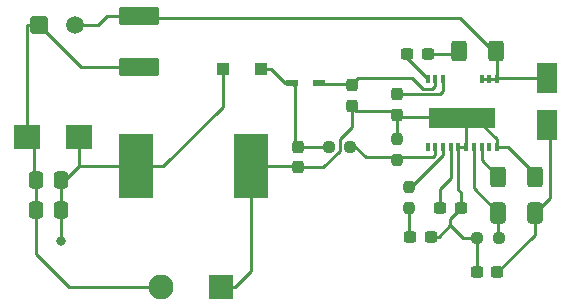
<source format=gtl>
G04 #@! TF.GenerationSoftware,KiCad,Pcbnew,(6.0.1)*
G04 #@! TF.CreationDate,2022-12-28T11:05:24-06:00*
G04 #@! TF.ProjectId,AIL,41494c2e-6b69-4636-9164-5f7063625858,rev?*
G04 #@! TF.SameCoordinates,Original*
G04 #@! TF.FileFunction,Copper,L1,Top*
G04 #@! TF.FilePolarity,Positive*
%FSLAX46Y46*%
G04 Gerber Fmt 4.6, Leading zero omitted, Abs format (unit mm)*
G04 Created by KiCad (PCBNEW (6.0.1)) date 2022-12-28 11:05:24*
%MOMM*%
%LPD*%
G01*
G04 APERTURE LIST*
G04 Aperture macros list*
%AMRoundRect*
0 Rectangle with rounded corners*
0 $1 Rounding radius*
0 $2 $3 $4 $5 $6 $7 $8 $9 X,Y pos of 4 corners*
0 Add a 4 corners polygon primitive as box body*
4,1,4,$2,$3,$4,$5,$6,$7,$8,$9,$2,$3,0*
0 Add four circle primitives for the rounded corners*
1,1,$1+$1,$2,$3*
1,1,$1+$1,$4,$5*
1,1,$1+$1,$6,$7*
1,1,$1+$1,$8,$9*
0 Add four rect primitives between the rounded corners*
20,1,$1+$1,$2,$3,$4,$5,0*
20,1,$1+$1,$4,$5,$6,$7,0*
20,1,$1+$1,$6,$7,$8,$9,0*
20,1,$1+$1,$8,$9,$2,$3,0*%
G04 Aperture macros list end*
G04 #@! TA.AperFunction,SMDPad,CuDef*
%ADD10RoundRect,0.237500X0.237500X-0.250000X0.237500X0.250000X-0.237500X0.250000X-0.237500X-0.250000X0*%
G04 #@! TD*
G04 #@! TA.AperFunction,SMDPad,CuDef*
%ADD11RoundRect,0.250000X-0.412500X-0.650000X0.412500X-0.650000X0.412500X0.650000X-0.412500X0.650000X0*%
G04 #@! TD*
G04 #@! TA.AperFunction,SMDPad,CuDef*
%ADD12RoundRect,0.237500X0.300000X0.237500X-0.300000X0.237500X-0.300000X-0.237500X0.300000X-0.237500X0*%
G04 #@! TD*
G04 #@! TA.AperFunction,SMDPad,CuDef*
%ADD13R,1.800000X2.500000*%
G04 #@! TD*
G04 #@! TA.AperFunction,SMDPad,CuDef*
%ADD14RoundRect,0.237500X-0.250000X-0.237500X0.250000X-0.237500X0.250000X0.237500X-0.250000X0.237500X0*%
G04 #@! TD*
G04 #@! TA.AperFunction,SMDPad,CuDef*
%ADD15RoundRect,0.237500X-0.300000X-0.237500X0.300000X-0.237500X0.300000X0.237500X-0.300000X0.237500X0*%
G04 #@! TD*
G04 #@! TA.AperFunction,ComponentPad*
%ADD16RoundRect,0.250001X0.499999X-0.499999X0.499999X0.499999X-0.499999X0.499999X-0.499999X-0.499999X0*%
G04 #@! TD*
G04 #@! TA.AperFunction,ComponentPad*
%ADD17C,1.500000*%
G04 #@! TD*
G04 #@! TA.AperFunction,SMDPad,CuDef*
%ADD18R,1.050000X0.550000*%
G04 #@! TD*
G04 #@! TA.AperFunction,SMDPad,CuDef*
%ADD19RoundRect,0.250000X-0.400000X-0.625000X0.400000X-0.625000X0.400000X0.625000X-0.400000X0.625000X0*%
G04 #@! TD*
G04 #@! TA.AperFunction,SMDPad,CuDef*
%ADD20RoundRect,0.250000X-1.450000X0.537500X-1.450000X-0.537500X1.450000X-0.537500X1.450000X0.537500X0*%
G04 #@! TD*
G04 #@! TA.AperFunction,SMDPad,CuDef*
%ADD21R,0.450000X0.800000*%
G04 #@! TD*
G04 #@! TA.AperFunction,SMDPad,CuDef*
%ADD22R,5.680000X1.780000*%
G04 #@! TD*
G04 #@! TA.AperFunction,SMDPad,CuDef*
%ADD23R,2.900000X5.400000*%
G04 #@! TD*
G04 #@! TA.AperFunction,SMDPad,CuDef*
%ADD24RoundRect,0.237500X-0.237500X0.300000X-0.237500X-0.300000X0.237500X-0.300000X0.237500X0.300000X0*%
G04 #@! TD*
G04 #@! TA.AperFunction,SMDPad,CuDef*
%ADD25R,1.120000X1.080000*%
G04 #@! TD*
G04 #@! TA.AperFunction,SMDPad,CuDef*
%ADD26RoundRect,0.250000X0.337500X0.475000X-0.337500X0.475000X-0.337500X-0.475000X0.337500X-0.475000X0*%
G04 #@! TD*
G04 #@! TA.AperFunction,SMDPad,CuDef*
%ADD27R,2.250000X2.050000*%
G04 #@! TD*
G04 #@! TA.AperFunction,SMDPad,CuDef*
%ADD28RoundRect,0.250000X0.400000X0.625000X-0.400000X0.625000X-0.400000X-0.625000X0.400000X-0.625000X0*%
G04 #@! TD*
G04 #@! TA.AperFunction,ComponentPad*
%ADD29R,2.115000X2.115000*%
G04 #@! TD*
G04 #@! TA.AperFunction,ComponentPad*
%ADD30C,2.115000*%
G04 #@! TD*
G04 #@! TA.AperFunction,SMDPad,CuDef*
%ADD31RoundRect,0.237500X-0.237500X0.250000X-0.237500X-0.250000X0.237500X-0.250000X0.237500X0.250000X0*%
G04 #@! TD*
G04 #@! TA.AperFunction,ViaPad*
%ADD32C,0.800000*%
G04 #@! TD*
G04 #@! TA.AperFunction,Conductor*
%ADD33C,0.250000*%
G04 #@! TD*
G04 APERTURE END LIST*
D10*
X161036000Y-96924500D03*
X161036000Y-95099500D03*
D11*
X168617500Y-97282000D03*
X171742500Y-97282000D03*
D12*
X162660500Y-83820000D03*
X160935500Y-83820000D03*
D13*
X172720000Y-89897555D03*
X172720000Y-85897555D03*
D14*
X154281500Y-91694000D03*
X156106500Y-91694000D03*
D15*
X163729500Y-96889555D03*
X165454500Y-96889555D03*
D16*
X129768445Y-81439445D03*
D17*
X132768445Y-81439445D03*
D18*
X153458445Y-86329445D03*
X151158445Y-86329445D03*
D19*
X168630000Y-94234000D03*
X171730000Y-94234000D03*
D20*
X138176000Y-80666500D03*
X138176000Y-84941500D03*
D21*
X168511075Y-85938000D03*
X167861075Y-85938000D03*
X167211075Y-85938000D03*
X163961075Y-85938000D03*
X163311075Y-85938000D03*
X162661075Y-85938000D03*
X162661075Y-91738000D03*
X163311075Y-91738000D03*
X163961075Y-91738000D03*
X164611075Y-91738000D03*
X165261075Y-91738000D03*
X165911075Y-91738000D03*
X166561075Y-91738000D03*
X167211075Y-91738000D03*
X167861075Y-91738000D03*
X168511075Y-91738000D03*
D22*
X165586075Y-89258000D03*
D23*
X137978445Y-93349445D03*
X147678445Y-93349445D03*
D24*
X160020000Y-87289055D03*
X160020000Y-89014055D03*
D25*
X148543445Y-85090000D03*
X145293445Y-85090000D03*
D15*
X161189500Y-99314000D03*
X162914500Y-99314000D03*
D26*
X131593500Y-97028000D03*
X129518500Y-97028000D03*
D27*
X133118445Y-90849445D03*
X128718445Y-90849445D03*
D24*
X151658445Y-91736945D03*
X151658445Y-93461945D03*
D28*
X168428000Y-83566000D03*
X165328000Y-83566000D03*
D24*
X156210000Y-86513500D03*
X156210000Y-88238500D03*
D12*
X168558020Y-102349555D03*
X166833020Y-102349555D03*
D29*
X145118445Y-103604445D03*
D30*
X140038445Y-103604445D03*
D31*
X160020000Y-91035500D03*
X160020000Y-92860500D03*
D26*
X131593500Y-94488000D03*
X129518500Y-94488000D03*
D14*
X166833020Y-99459555D03*
X168658020Y-99459555D03*
D32*
X131630945Y-99719055D03*
D33*
X168617500Y-97282000D02*
X168617500Y-99419035D01*
X161036000Y-96924500D02*
X161036000Y-99160500D01*
X161036000Y-99160500D02*
X161189500Y-99314000D01*
X161036000Y-96581035D02*
X161036000Y-96924500D01*
X131593500Y-99681610D02*
X131630945Y-99719055D01*
X145293445Y-85090000D02*
X145293445Y-88314445D01*
X133228445Y-93349445D02*
X137978445Y-93349445D01*
X131593500Y-97028000D02*
X131593500Y-99681610D01*
X133118445Y-93333305D02*
X131963750Y-94488000D01*
X133118445Y-93239445D02*
X133228445Y-93349445D01*
X133118445Y-93239445D02*
X133118445Y-93333305D01*
X131963750Y-94488000D02*
X131593500Y-94488000D01*
X131593500Y-94488000D02*
X131593500Y-97028000D01*
X145293445Y-88314445D02*
X140258445Y-93349445D01*
X140258445Y-93349445D02*
X137978445Y-93349445D01*
X133118445Y-90849445D02*
X133118445Y-93239445D01*
X165074000Y-83820000D02*
X162660500Y-83820000D01*
X165328000Y-83566000D02*
X165074000Y-83820000D01*
X160935500Y-83820000D02*
X160935500Y-84212425D01*
X160935500Y-84212425D02*
X162661075Y-85938000D01*
X163961075Y-92388000D02*
X161249575Y-95099500D01*
X161249575Y-95099500D02*
X161036000Y-95099500D01*
X163961075Y-91738000D02*
X163961075Y-92388000D01*
X163729500Y-95275575D02*
X163729500Y-96889555D01*
X164611075Y-94394000D02*
X163729500Y-95275575D01*
X164611075Y-91738000D02*
X164611075Y-94394000D01*
X167211075Y-91738000D02*
X167211075Y-92815075D01*
X167211075Y-92815075D02*
X168630000Y-94234000D01*
X129286000Y-91417000D02*
X129286000Y-94255500D01*
X133270500Y-84941500D02*
X138176000Y-84941500D01*
X129518500Y-94488000D02*
X129518500Y-97028000D01*
X128728445Y-81439445D02*
X128718445Y-81449445D01*
X128718445Y-82489445D02*
X128718445Y-90849445D01*
X129286000Y-94255500D02*
X129518500Y-94488000D01*
X128718445Y-81449445D02*
X128718445Y-82489445D01*
X132306445Y-103604445D02*
X140038445Y-103604445D01*
X129768445Y-81439445D02*
X133270500Y-84941500D01*
X128718445Y-90849445D02*
X129286000Y-91417000D01*
X129518500Y-100816500D02*
X132306445Y-103604445D01*
X129768445Y-81439445D02*
X128728445Y-81439445D01*
X129518500Y-97028000D02*
X129518500Y-100816500D01*
X149352000Y-85090000D02*
X150591445Y-86329445D01*
X151384000Y-86555000D02*
X151384000Y-91736945D01*
X151658445Y-91736945D02*
X154238555Y-91736945D01*
X150591445Y-86329445D02*
X151158445Y-86329445D01*
X151384000Y-91736945D02*
X151658445Y-91736945D01*
X154238555Y-91736945D02*
X154281500Y-91694000D01*
X148543445Y-85090000D02*
X149352000Y-85090000D01*
X151158445Y-86329445D02*
X151384000Y-86555000D01*
X163662945Y-87289055D02*
X160020000Y-87289055D01*
X163961075Y-85938000D02*
X163961075Y-86990925D01*
X163961075Y-86990925D02*
X163662945Y-87289055D01*
X165354465Y-80772000D02*
X138281500Y-80772000D01*
X168670020Y-84087555D02*
X165354465Y-80772000D01*
X138281500Y-80772000D02*
X138176000Y-80666500D01*
X168511075Y-85938000D02*
X167211075Y-85938000D01*
X172720000Y-85897555D02*
X168551520Y-85897555D01*
X134714555Y-81439445D02*
X135487500Y-80666500D01*
X135487500Y-80666500D02*
X138176000Y-80666500D01*
X132768445Y-81439445D02*
X134714555Y-81439445D01*
X168551520Y-85897555D02*
X168511075Y-85938000D01*
X168519520Y-85929555D02*
X168511075Y-85938000D01*
X167935520Y-85863555D02*
X167861075Y-85938000D01*
X168670020Y-84087555D02*
X168519520Y-84238055D01*
X168519520Y-84238055D02*
X168519520Y-85929555D01*
X156210000Y-86360000D02*
X156718000Y-85852000D01*
X153458445Y-86329445D02*
X153489000Y-86360000D01*
X163311075Y-86588000D02*
X163311075Y-85938000D01*
X153489000Y-86360000D02*
X156210000Y-86360000D01*
X163059540Y-86839535D02*
X163311075Y-86588000D01*
X162277535Y-86839535D02*
X163059540Y-86839535D01*
X161290000Y-85852000D02*
X162277535Y-86839535D01*
X156210000Y-86360000D02*
X156210000Y-86513500D01*
X156718000Y-85852000D02*
X161290000Y-85852000D01*
X163311075Y-92402282D02*
X163311075Y-91738000D01*
X156464000Y-91694000D02*
X157390055Y-92620055D01*
X157390055Y-92620055D02*
X159779555Y-92620055D01*
X160020000Y-92860500D02*
X160274000Y-92606500D01*
X159779555Y-92620055D02*
X160020000Y-92860500D01*
X160274000Y-92606500D02*
X163106857Y-92606500D01*
X156106500Y-91694000D02*
X156464000Y-91694000D01*
X163106857Y-92606500D02*
X163311075Y-92402282D01*
X153795871Y-93461945D02*
X151658445Y-93461945D01*
X166681075Y-89258000D02*
X165586075Y-89258000D01*
X155194000Y-92063816D02*
X153795871Y-93461945D01*
X159651945Y-88646000D02*
X160020000Y-89014055D01*
X165911075Y-89583000D02*
X165586075Y-89258000D01*
X156210000Y-90016500D02*
X155194000Y-91032500D01*
X164510520Y-98354555D02*
X165615520Y-99459555D01*
X156617500Y-88646000D02*
X159651945Y-88646000D01*
X165261075Y-95354000D02*
X165454500Y-95547425D01*
X155194000Y-91032500D02*
X155194000Y-92063816D01*
X151545945Y-93349445D02*
X147678445Y-93349445D01*
X164510520Y-97833535D02*
X164510520Y-98354555D01*
X156210000Y-88238500D02*
X156617500Y-88646000D01*
X168511075Y-91738000D02*
X169462000Y-91738000D01*
X165911075Y-91738000D02*
X165911075Y-89583000D01*
X160020000Y-89014055D02*
X160020000Y-91035500D01*
X156210000Y-88238500D02*
X156210000Y-90016500D01*
X166833020Y-102349555D02*
X166833020Y-99459555D01*
X165586075Y-89258000D02*
X165495630Y-89167555D01*
X165911075Y-91738000D02*
X165261075Y-91738000D01*
X169462000Y-91738000D02*
X171730000Y-94006000D01*
X164510520Y-98379480D02*
X163576000Y-99314000D01*
X165615520Y-99459555D02*
X166833020Y-99459555D01*
X160173500Y-89167555D02*
X160020000Y-89014055D01*
X151658445Y-93461945D02*
X151545945Y-93349445D01*
X164510520Y-98354555D02*
X164510520Y-98379480D01*
X165454500Y-95547425D02*
X165454500Y-96889555D01*
X168511075Y-91088000D02*
X166681075Y-89258000D01*
X146331555Y-103604445D02*
X147678445Y-102257555D01*
X171730000Y-94006000D02*
X171730000Y-94234000D01*
X165454500Y-96889555D02*
X164510520Y-97833535D01*
X165261075Y-91738000D02*
X165261075Y-95354000D01*
X168511075Y-91738000D02*
X168511075Y-91088000D01*
X145118445Y-103604445D02*
X146331555Y-103604445D01*
X163576000Y-99314000D02*
X162914500Y-99314000D01*
X165495630Y-89167555D02*
X160173500Y-89167555D01*
X147678445Y-102257555D02*
X147678445Y-93349445D01*
X168558020Y-102349555D02*
X171742500Y-99165075D01*
X172974000Y-96050500D02*
X172974000Y-90151555D01*
X171742500Y-99165075D02*
X171742500Y-97282000D01*
X171742500Y-97282000D02*
X172974000Y-96050500D01*
X172974000Y-90151555D02*
X172720000Y-89897555D01*
X166561075Y-91738000D02*
X166561075Y-95225575D01*
X166561075Y-95225575D02*
X168617500Y-97282000D01*
M02*

</source>
